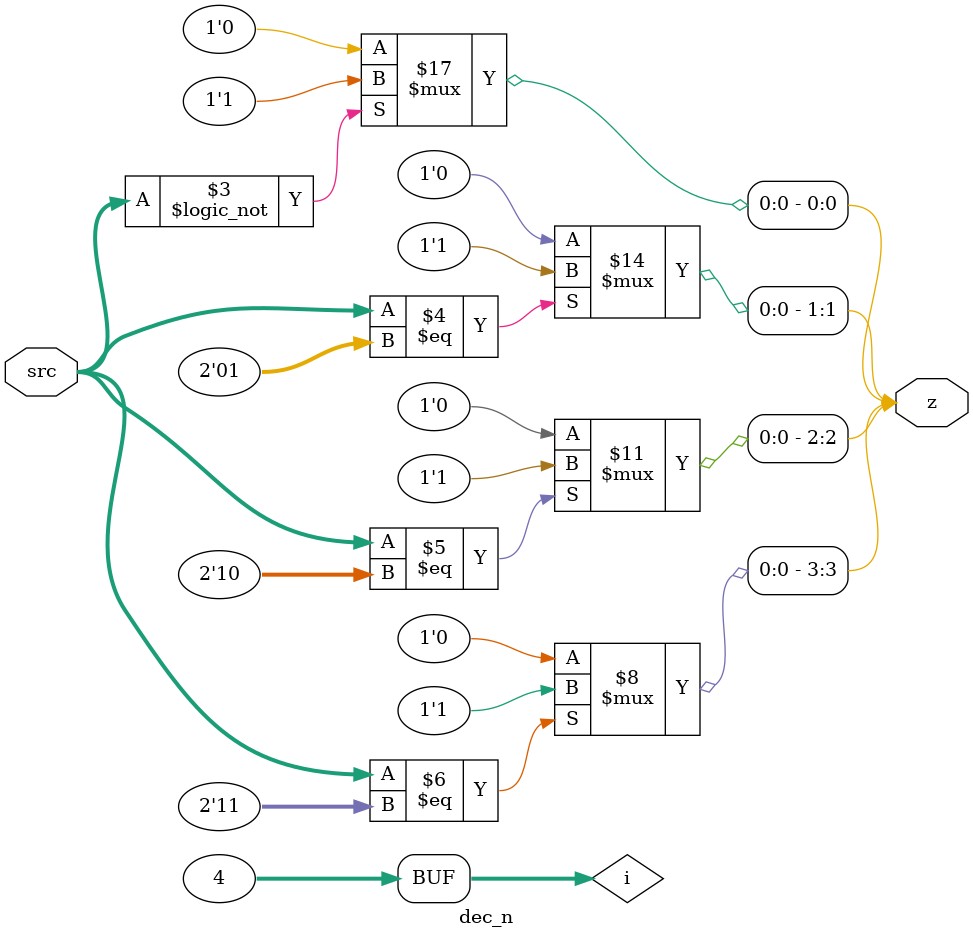
<source format=v>
module dec_n (src , z);
  parameter n=2;
  input [n-1:0] src;
  output reg [((2**n)-1):0] z;
  integer i;
  
  always @(src)
      begin
        for (i = 0; i < 2**n; i = i+1) begin
            if (src == i) z[i] <= 1'b1;
            else z[i] <= 1'b0;
            $display ("src is %d z is %d and i is %d" ,src , z , i);
          end
      end
endmodule
  
  
  

</source>
